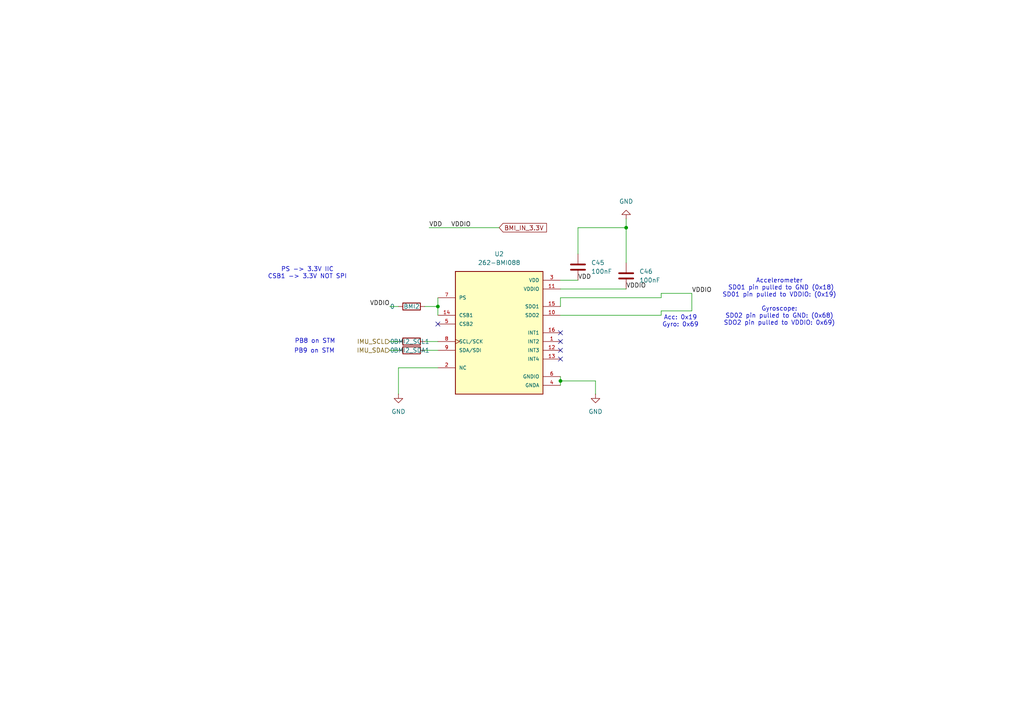
<source format=kicad_sch>
(kicad_sch (version 20250114) (generator "eeschema") (generator_version "9.0")
  (paper "A4")
  (lib_symbols
    (symbol "#dzdb:g_cap/C-100n-0603" (pin_numbers (hide yes)) (pin_names (offset 0.254))
      (property "Reference" "C" (at 0.635 2.54 0))
      (property "Value" "100nF" (at 0.635 -2.54 0))
      (symbol "g_cap/C-100n-0603_0_1"
        (polyline (pts (xy -2.032 0.762) (xy 2.032 0.762)) (stroke (width 0.508)))
        (polyline (pts (xy -2.032 -0.762) (xy 2.032 -0.762)) (stroke (width 0.508)))
      )
      (symbol "g_cap/C-100n-0603_1_1"
        (pin passive line (at 0 3.81 270) (length 2.794) (name "~") (number "1"))
        (pin passive line (at 0 -3.81 90) (length 2.794) (name "~") (number "2"))
      )
    )
    (symbol "#dzdb:g_res/R-0-0603" (pin_numbers (hide yes)) (pin_names (offset 0))
      (property "Reference" "R" (at 2.032 0 90))
      (property "Value" "0" (at 0 0 90))
      (symbol "g_res/R-0-0603_0_1"
        (rectangle (start -1.016 -2.54) (end 1.016 2.54) (stroke (width 0.254)))
      )
      (symbol "g_res/R-0-0603_1_1"
        (pin passive line (at 0 3.81 270) (length 1.27) (name "~") (number "1"))
        (pin passive line (at 0 -3.81 90) (length 1.27) (name "~") (number "2"))
      )
    )
    (symbol "#dzdb:s_sens/BOSC-262-BMI088" (pin_names (offset 1.016))
      (property "Reference" "U" (at -12.7 18.415 0))
      (property "Value" "262-BMI088" (at -12.7 -20.32 0))
      (symbol "s_sens/BOSC-262-BMI088_0_0"
        (rectangle (start -12.7 -17.78) (end 12.7 17.78) (stroke (width 0.254)) (fill (type background)))
        (pin input line (at -17.78 10.16 0) (length 5.08) (name "PS") (number "7"))
        (pin input line (at -17.78 5.08 0) (length 5.08) (name "CSB1") (number "14"))
        (pin input line (at -17.78 2.54 0) (length 5.08) (name "CSB2") (number "5"))
        (pin input clock (at -17.78 -2.54 0) (length 5.08) (name "SCL/SCK") (number "8"))
        (pin bidirectional line (at -17.78 -5.08 0) (length 5.08) (name "SDA/SDI") (number "9"))
        (pin passive line (at -17.78 -10.16 0) (length 5.08) (name "NC") (number "2"))
        (pin power_in line (at 17.78 15.24 180) (length 5.08) (name "VDD") (number "3"))
        (pin power_in line (at 17.78 12.7 180) (length 5.08) (name "VDDIO") (number "11"))
        (pin output line (at 17.78 7.62 180) (length 5.08) (name "SDO1") (number "15"))
        (pin output line (at 17.78 5.08 180) (length 5.08) (name "SDO2") (number "10"))
        (pin bidirectional line (at 17.78 0 180) (length 5.08) (name "INT1") (number "16"))
        (pin bidirectional line (at 17.78 -2.54 180) (length 5.08) (name "INT2") (number "1"))
        (pin bidirectional line (at 17.78 -5.08 180) (length 5.08) (name "INT3") (number "12"))
        (pin bidirectional line (at 17.78 -7.62 180) (length 5.08) (name "INT4") (number "13"))
        (pin power_in line (at 17.78 -12.7 180) (length 5.08) (name "GNDIO") (number "6"))
        (pin power_in line (at 17.78 -15.24 180) (length 5.08) (name "GNDA") (number "4"))
      )
    )
    (symbol "power:GND" (power) (pin_numbers (hide yes)) (pin_names (offset 0) (hide yes))
      (property "Value" "GND" (at 0 -3.81 0))
      (symbol "GND_0_1"
        (polyline (pts (xy 0 0) (xy 0 -1.27) (xy 1.27 -1.27) (xy 0 -2.54) (xy -1.27 -1.27) (xy 0 -1.27)))
      )
      (symbol "GND_1_1"
        (pin power_in line (at 0 0 270) (length 0) (name "~") (number "1"))
      )
    )
  )
  (text "Acc: 0x19\nGyro: 0x69" (at 197.358 93.218 0) (effects (font (size 1.27 1.27))))
  (text "PB8 on STM" (at 91.365 99.0223 0) (effects (font (size 1.27 1.27))))
  (text "PB9 on STM" (at 91.186 101.854 0) (effects (font (size 1.27 1.27))))
  (text "Accelerometer\n SD01 pin pulled to GND (0x18)\nSD01 pin pulled to VDDIO: (0x19)\n\nGyroscope:\nSD02 pin pulled to GND: (0x68)\nSDO2 pin pulled to VDDIO: 0x69)" (at 226.06 87.63 0) (effects (font (size 1.27 1.27))))
  (text "PS -> 3.3V IIC\nCSB1 -> 3.3V NOT SPI" (at 89.154 79.248 0) (effects (font (size 1.27 1.27))))
  (junction (at 127 88.9))
  (junction (at 162.56 110.49))
  (junction (at 181.61 66.04))
  (no_connect (at 162.56 101.6))
  (no_connect (at 162.56 96.52))
  (no_connect (at 162.56 99.06))
  (no_connect (at 162.56 104.14))
  (no_connect (at 127 93.98))
  (wire (pts (xy 162.56 81.28) (xy 167.64 81.28)))
  (wire (pts (xy 127 86.36) (xy 127 88.9)))
  (wire (pts (xy 167.64 66.04) (xy 181.61 66.04)))
  (wire (pts (xy 123.19 101.6) (xy 127 101.6)))
  (wire (pts (xy 191.77 90.17) (xy 200.66 90.17)))
  (wire (pts (xy 162.56 110.49) (xy 162.56 111.76)))
  (wire (pts (xy 162.56 110.49) (xy 172.72 110.49)))
  (wire (pts (xy 200.66 90.17) (xy 200.66 85.09)))
  (wire (pts (xy 172.72 110.49) (xy 172.72 114.3)))
  (wire (pts (xy 113.03 88.9) (xy 115.57 88.9)))
  (wire (pts (xy 162.56 91.44) (xy 191.77 91.44)))
  (wire (pts (xy 191.77 85.09) (xy 200.66 85.09)))
  (wire (pts (xy 127 88.9) (xy 127 91.44)))
  (wire (pts (xy 124.46 66.04) (xy 144.78 66.04)))
  (wire (pts (xy 123.19 88.9) (xy 127 88.9)))
  (wire (pts (xy 191.77 86.36) (xy 162.56 86.36)))
  (wire (pts (xy 167.64 73.66) (xy 167.64 66.04)))
  (wire (pts (xy 162.56 86.36) (xy 162.56 88.9)))
  (wire (pts (xy 113.03 99.06) (xy 115.57 99.06)))
  (wire (pts (xy 162.56 83.82) (xy 181.61 83.82)))
  (wire (pts (xy 191.77 85.09) (xy 191.77 86.36)))
  (wire (pts (xy 115.57 106.68) (xy 115.57 114.3)))
  (wire (pts (xy 127 106.68) (xy 115.57 106.68)))
  (wire (pts (xy 162.56 109.22) (xy 162.56 110.49)))
  (wire (pts (xy 181.61 66.04) (xy 181.61 76.2)))
  (wire (pts (xy 123.19 99.06) (xy 127 99.06)))
  (wire (pts (xy 181.61 63.5) (xy 181.61 66.04)))
  (wire (pts (xy 113.03 101.6) (xy 115.57 101.6)))
  (wire (pts (xy 191.77 90.17) (xy 191.77 91.44)))
  (label "VDDIO" (at 181.61 83.82 0))
  (label "VDDIO" (at 130.81 66.04 0))
  (label "VDD" (at 124.46 66.04 0))
  (label "VDD" (at 167.64 81.28 0))
  (label "VDDIO" (at 200.66 85.09 0))
  (label "VDDIO" (at 113.03 88.9 180))
  (global_label "BMI_IN_3.3V" (shape input) (at 144.78 66.04 0) (property "Intersheetrefs" "${INTERSHEET_REFS}" (effects (hide yes))))
  (hierarchical_label "IMU_SDA" (shape input) (at 113.03 101.6 180))
  (hierarchical_label "IMU_SCL" (shape input) (at 113.03 99.06 180))
  (symbol (lib_id "power:GND") (at 181.61 63.5 180) (unit 1)
    (property "Reference" "#PWR039" (effects (hide yes)))
    (property "Value" "GND" (at 181.61 58.42 0))
    (property "Description" "Power symbol creates a global label with name \"GND\" , ground" (effects (hide yes)))
  )
  (symbol (lib_id "power:GND") (at 115.57 114.3 0) (unit 1)
    (property "Reference" "#PWR037" (effects (hide yes)))
    (property "Value" "GND" (at 115.57 119.38 0))
    (property "Description" "Power symbol creates a global label with name \"GND\" , ground" (effects (hide yes)))
  )
  (symbol (lib_id "#dzdb:g_res/R-0-0603") (at 119.38 99.06 90) (unit 1)
    (property "Reference" "BMI2_SCL1" (at 119.38 99.06 90))
    (property "Value" "0" (at 113.792 99.06 90))
    (property "Footprint" "Resistor_SMD:R_0603_1608Metric" (effects (hide yes)))
    (property "Datasheet" "https://www.we-online.com/components/products/datasheet/560112116001.pdf" (effects (hide yes)))
    (property "Description" "Thick Film Resistors - SMD WRIS-RSKS <0.05 Ohms  0.1 W Jumper 0603" (effects (hide yes)))
    (property "IPN" "R-0-0603" (effects (hide yes)))
    (property "MPN" "560112116001" (effects (hide yes)))
    (property "Manufacturer" "Wurth Elektronik" (effects (hide yes)))
    (property "Resistance" "0" (effects (hide yes)))
    (property "Power" "0.1W" (effects (hide yes)))
    (property "Material" "Thick film" (effects (hide yes)))
    (property "Tolerance" "5%" (effects (hide yes)))
    (property "Supplier" "Mouser" (effects (hide yes)))
    (property "SPN" "710-560112116001" (effects (hide yes)))
    (property "LCSC" "CXXXXX" (effects (hide yes)))
    (property "Comment" "lifecycle=Active; note=Auto-generated" (effects (hide yes)))
  )
  (symbol (lib_id "#dzdb:g_cap/C-100n-0603") (at 181.61 80.01 0) (unit 1)
    (property "Reference" "C46" (at 185.42 78.7399 0) (effects (justify left)))
    (property "Value" "100nF" (at 185.42 81.2799 0) (effects (justify left)))
    (property "Footprint" "Capacitor_SMD:C_0603_1608Metric" (effects (hide yes)))
    (property "Datasheet" "https://www.we-online.com/components/products/datasheet/885012206095.pdf" (effects (hide yes)))
    (property "Description" "Cap 100nF 50V 0603 C0G ±10%" (effects (hide yes)))
    (property "IPN" "C-100n-0603" (effects (hide yes)))
    (property "MPN" "885012206095" (effects (hide yes)))
    (property "Manufacturer" "Wurth Elektronik" (effects (hide yes)))
    (property "Capacitance" "100nF" (effects (hide yes)))
    (property "Voltage" "50V" (effects (hide yes)))
    (property "Material" "C0G" (effects (hide yes)))
    (property "Tolerance" "10%" (effects (hide yes)))
    (property "Supplier" "Mouser" (effects (hide yes)))
    (property "SPN" "710-885012206095" (effects (hide yes)))
    (property "LCSC" "CXXXXX" (effects (hide yes)))
    (property "Comment" "lifecycle=Active; note=Auto-generated" (effects (hide yes)))
  )
  (symbol (lib_id "#dzdb:g_res/R-0-0603") (at 119.38 88.9 90) (unit 1)
    (property "Reference" "BMI2" (at 119.38 88.9 90))
    (property "Value" "0" (at 113.792 88.9 90))
    (property "Footprint" "Resistor_SMD:R_0603_1608Metric" (effects (hide yes)))
    (property "Datasheet" "https://www.we-online.com/components/products/datasheet/560112116001.pdf" (effects (hide yes)))
    (property "Description" "Thick Film Resistors - SMD WRIS-RSKS <0.05 Ohms  0.1 W Jumper 0603" (effects (hide yes)))
    (property "IPN" "R-0-0603" (effects (hide yes)))
    (property "MPN" "560112116001" (effects (hide yes)))
    (property "Manufacturer" "Wurth Elektronik" (effects (hide yes)))
    (property "Resistance" "0" (effects (hide yes)))
    (property "Power" "0.1W" (effects (hide yes)))
    (property "Material" "Thick film" (effects (hide yes)))
    (property "Tolerance" "5%" (effects (hide yes)))
    (property "Supplier" "Mouser" (effects (hide yes)))
    (property "SPN" "710-560112116001" (effects (hide yes)))
    (property "LCSC" "CXXXXX" (effects (hide yes)))
    (property "Comment" "lifecycle=Active; note=Auto-generated" (effects (hide yes)))
  )
  (symbol (lib_id "#dzdb:g_cap/C-100n-0603") (at 167.64 77.47 0) (unit 1)
    (property "Reference" "C45" (at 171.45 76.1999 0) (effects (justify left)))
    (property "Value" "100nF" (at 171.45 78.7399 0) (effects (justify left)))
    (property "Footprint" "Capacitor_SMD:C_0603_1608Metric" (effects (hide yes)))
    (property "Datasheet" "https://www.we-online.com/components/products/datasheet/885012206095.pdf" (effects (hide yes)))
    (property "Description" "Cap 100nF 50V 0603 C0G ±10%" (effects (hide yes)))
    (property "IPN" "C-100n-0603" (effects (hide yes)))
    (property "MPN" "885012206095" (effects (hide yes)))
    (property "Manufacturer" "Wurth Elektronik" (effects (hide yes)))
    (property "Capacitance" "100nF" (effects (hide yes)))
    (property "Voltage" "50V" (effects (hide yes)))
    (property "Material" "C0G" (effects (hide yes)))
    (property "Tolerance" "10%" (effects (hide yes)))
    (property "Supplier" "Mouser" (effects (hide yes)))
    (property "SPN" "710-885012206095" (effects (hide yes)))
    (property "LCSC" "CXXXXX" (effects (hide yes)))
    (property "Comment" "lifecycle=Active; note=Auto-generated" (effects (hide yes)))
  )
  (symbol (lib_id "#dzdb:g_res/R-0-0603") (at 119.38 101.6 90) (unit 1)
    (property "Reference" "BMI2_SDA1" (at 119.38 101.6 90))
    (property "Value" "0" (at 113.792 101.6 90))
    (property "Footprint" "Resistor_SMD:R_0603_1608Metric" (effects (hide yes)))
    (property "Datasheet" "https://www.we-online.com/components/products/datasheet/560112116001.pdf" (effects (hide yes)))
    (property "Description" "Thick Film Resistors - SMD WRIS-RSKS <0.05 Ohms  0.1 W Jumper 0603" (effects (hide yes)))
    (property "IPN" "R-0-0603" (effects (hide yes)))
    (property "MPN" "560112116001" (effects (hide yes)))
    (property "Manufacturer" "Wurth Elektronik" (effects (hide yes)))
    (property "Resistance" "0" (effects (hide yes)))
    (property "Power" "0.1W" (effects (hide yes)))
    (property "Material" "Thick film" (effects (hide yes)))
    (property "Tolerance" "5%" (effects (hide yes)))
    (property "Supplier" "Mouser" (effects (hide yes)))
    (property "SPN" "710-560112116001" (effects (hide yes)))
    (property "LCSC" "CXXXXX" (effects (hide yes)))
    (property "Comment" "lifecycle=Active; note=Auto-generated" (effects (hide yes)))
  )
  (symbol (lib_id "power:GND") (at 172.72 114.3 0) (unit 1)
    (property "Reference" "#PWR038" (effects (hide yes)))
    (property "Value" "GND" (at 172.72 119.38 0))
    (property "Description" "Power symbol creates a global label with name \"GND\" , ground" (effects (hide yes)))
  )
  (symbol (lib_id "#dzdb:s_sens/BOSC-262-BMI088") (at 144.78 96.52 0) (unit 1)
    (property "Reference" "U2" (at 144.78 73.66 0))
    (property "Value" "262-BMI088" (at 144.78 76.2 0))
    (property "Footprint" "dz_sens:Bosch_IMU_BMI088" (effects (hide yes)))
    (property "Datasheet" "https://www.bosch-sensortec.com/media/boschsensortec/downloads/datasheets/bst-bmi088-ds001.pdf" (effects (hide yes)))
    (property "Description" "IMUs - Inertiale Messeinheiten High Performance Intertial Measurement Unit (IMU) for Drones and Robotics" (effects (hide yes)))
    (property "MF" "Bosch Sensortec" (effects (hide yes)))
    (property "PURCHASE-URL" "https://pricing.snapeda.com/search/part/BMI088/?ref=eda" (effects (hide yes)))
    (property "PACKAGE" "VFLGA-16 Bosch Sensortec" (effects (hide yes)))
    (property "PRICE" "None" (effects (hide yes)))
    (property "Package" "LGA-16" (effects (hide yes)))
    (property "Check_prices" "https://www.snapeda.com/parts/BMI088/Bosch/view-part/?ref=eda" (effects (hide yes)))
    (property "Price" "None" (effects (hide yes)))
    (property "SnapEDA_Link" "https://www.snapeda.com/parts/BMI088/Bosch/view-part/?ref=snap" (effects (hide yes)))
    (property "MP" "BMI088" (effects (hide yes)))
    (property "Description_1" "Accelerometer, Gyroscope, 6 Axis Sensor I2C, SPI Output" (effects (hide yes)))
    (property "Availability" "In Stock" (effects (hide yes)))
    (property "AVAILABILITY" "In Stock" (effects (hide yes)))
    (property "IPN" "BOSC-262-BMI088" (effects (hide yes)))
    (property "MPN" "262-BMI088" (effects (hide yes)))
    (property "Manufacturer" "Bosch Sensortec" (effects (hide yes)))
    (property "Type" "IMUs - Inertiale Messeinheiten" (effects (hide yes)))
    (property "Vin Range" "2.4 V - 3.6 V" (effects (hide yes)))
    (property "Output" "Digital" (effects (hide yes)))
    (property "Current" "5.15 mA" (effects (hide yes)))
    (property "Temp Range" "- 40 C to + 85 C" (effects (hide yes)))
    (property "Supplier" "Mouser" (effects (hide yes)))
    (property "SPN" "262-BMI088" (effects (hide yes)))
  )
)
</source>
